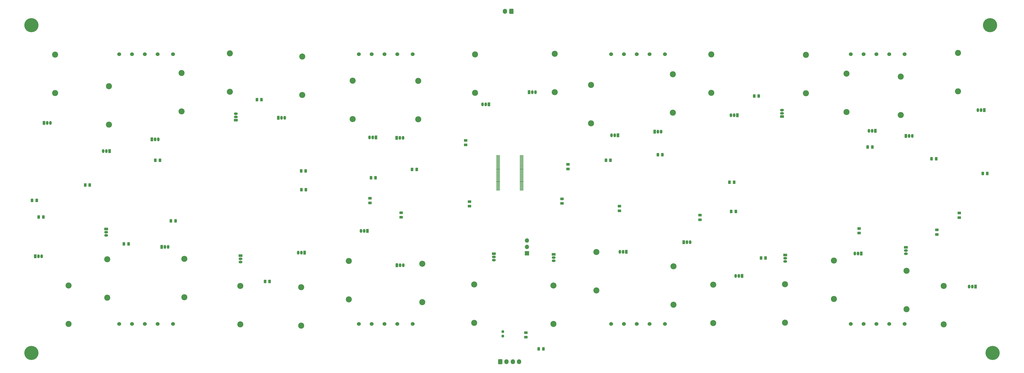
<source format=gbr>
%TF.GenerationSoftware,KiCad,Pcbnew,7.0.10*%
%TF.CreationDate,2025-02-11T17:38:30+01:00*%
%TF.ProjectId,Afficheur7seg,41666669-6368-4657-9572-377365672e6b,rev?*%
%TF.SameCoordinates,Original*%
%TF.FileFunction,Soldermask,Top*%
%TF.FilePolarity,Negative*%
%FSLAX46Y46*%
G04 Gerber Fmt 4.6, Leading zero omitted, Abs format (unit mm)*
G04 Created by KiCad (PCBNEW 7.0.10) date 2025-02-11 17:38:30*
%MOMM*%
%LPD*%
G01*
G04 APERTURE LIST*
G04 Aperture macros list*
%AMRoundRect*
0 Rectangle with rounded corners*
0 $1 Rounding radius*
0 $2 $3 $4 $5 $6 $7 $8 $9 X,Y pos of 4 corners*
0 Add a 4 corners polygon primitive as box body*
4,1,4,$2,$3,$4,$5,$6,$7,$8,$9,$2,$3,0*
0 Add four circle primitives for the rounded corners*
1,1,$1+$1,$2,$3*
1,1,$1+$1,$4,$5*
1,1,$1+$1,$6,$7*
1,1,$1+$1,$8,$9*
0 Add four rect primitives between the rounded corners*
20,1,$1+$1,$2,$3,$4,$5,0*
20,1,$1+$1,$4,$5,$6,$7,0*
20,1,$1+$1,$6,$7,$8,$9,0*
20,1,$1+$1,$8,$9,$2,$3,0*%
G04 Aperture macros list end*
%ADD10C,1.524000*%
%ADD11C,2.400000*%
%ADD12O,2.400000X2.400000*%
%ADD13RoundRect,0.237500X-0.237500X0.300000X-0.237500X-0.300000X0.237500X-0.300000X0.237500X0.300000X0*%
%ADD14R,1.050000X1.500000*%
%ADD15O,1.050000X1.500000*%
%ADD16RoundRect,0.250000X0.450000X-0.262500X0.450000X0.262500X-0.450000X0.262500X-0.450000X-0.262500X0*%
%ADD17C,5.600000*%
%ADD18RoundRect,0.250000X0.262500X0.450000X-0.262500X0.450000X-0.262500X-0.450000X0.262500X-0.450000X0*%
%ADD19RoundRect,0.250000X-0.262500X-0.450000X0.262500X-0.450000X0.262500X0.450000X-0.262500X0.450000X0*%
%ADD20R,1.500000X1.050000*%
%ADD21O,1.500000X1.050000*%
%ADD22RoundRect,0.250000X-0.600000X-0.725000X0.600000X-0.725000X0.600000X0.725000X-0.600000X0.725000X0*%
%ADD23O,1.700000X1.950000*%
%ADD24RoundRect,0.075000X-0.662500X-0.075000X0.662500X-0.075000X0.662500X0.075000X-0.662500X0.075000X0*%
%ADD25RoundRect,0.250000X-0.450000X0.262500X-0.450000X-0.262500X0.450000X-0.262500X0.450000X0.262500X0*%
%ADD26RoundRect,0.250000X0.600000X0.750000X-0.600000X0.750000X-0.600000X-0.750000X0.600000X-0.750000X0*%
%ADD27O,1.700000X2.000000*%
%ADD28R,1.700000X1.700000*%
%ADD29O,1.700000X1.700000*%
G04 APERTURE END LIST*
D10*
%TO.C,Afficheur3*%
X248960000Y-250000000D03*
X248960000Y-143000000D03*
X243880000Y-143000000D03*
X238800000Y-143000000D03*
X243880000Y-250000000D03*
X254040000Y-250000000D03*
X238800000Y-250000000D03*
X260120000Y-250000000D03*
X254040000Y-143000000D03*
X260120000Y-143000000D03*
%TD*%
D11*
%TO.C,R39*%
X262300000Y-153580000D03*
D12*
X262300000Y-168820000D03*
%TD*%
D13*
%TO.C,C1*%
X295800000Y-253100000D03*
X295800000Y-254825000D03*
%TD*%
D11*
%TO.C,R32*%
X123700000Y-250020000D03*
D12*
X123700000Y-234780000D03*
%TD*%
D14*
%TO.C,Q22*%
X290300000Y-162900000D03*
D15*
X289030000Y-162900000D03*
X287760000Y-162900000D03*
%TD*%
D11*
%TO.C,R48*%
X215900000Y-250720000D03*
D12*
X215900000Y-235480000D03*
%TD*%
D16*
%TO.C,R52*%
X476800000Y-207825000D03*
X476800000Y-206000000D03*
%TD*%
D17*
%TO.C,H4*%
X490000000Y-261500000D03*
%TD*%
D11*
%TO.C,R57*%
X453600000Y-151880000D03*
D12*
X453600000Y-167120000D03*
%TD*%
D18*
%TO.C,R1*%
X338525000Y-185100000D03*
X336700000Y-185100000D03*
%TD*%
D11*
%TO.C,R44*%
X284800000Y-143080000D03*
D12*
X284800000Y-158320000D03*
%TD*%
D18*
%TO.C,R56*%
X467600000Y-184500000D03*
X465775000Y-184500000D03*
%TD*%
%TO.C,R64*%
X400012500Y-223900000D03*
X398187500Y-223900000D03*
%TD*%
D14*
%TO.C,Q5*%
X344740000Y-221400000D03*
D15*
X343470000Y-221400000D03*
X342200000Y-221400000D03*
%TD*%
D18*
%TO.C,R55*%
X397312500Y-159600000D03*
X395487500Y-159600000D03*
%TD*%
D14*
%TO.C,Q6*%
X388770000Y-167240000D03*
D15*
X387500000Y-167240000D03*
X386230000Y-167240000D03*
%TD*%
D17*
%TO.C,H2*%
X489000000Y-131500000D03*
%TD*%
D14*
%TO.C,Q19*%
X206860000Y-168200000D03*
D15*
X208130000Y-168200000D03*
X209400000Y-168200000D03*
%TD*%
D18*
%TO.C,R2*%
X388200000Y-205400000D03*
X386375000Y-205400000D03*
%TD*%
D14*
%TO.C,Q9*%
X139970000Y-181440000D03*
D15*
X138700000Y-181440000D03*
X137430000Y-181440000D03*
%TD*%
D14*
%TO.C,Q4*%
X356000000Y-173700000D03*
D15*
X357270000Y-173700000D03*
X358540000Y-173700000D03*
%TD*%
D11*
%TO.C,R54*%
X470600000Y-250220000D03*
D12*
X470600000Y-234980000D03*
%TD*%
D19*
%TO.C,R18*%
X201575000Y-233200000D03*
X203400000Y-233200000D03*
%TD*%
D11*
%TO.C,R35*%
X236300000Y-153480000D03*
D12*
X236300000Y-168720000D03*
%TD*%
D20*
%TO.C,Q27*%
X406500000Y-167770000D03*
D21*
X406500000Y-166500000D03*
X406500000Y-165230000D03*
%TD*%
D22*
%TO.C,J1*%
X294800000Y-265000000D03*
D23*
X297300000Y-265000000D03*
X299800000Y-265000000D03*
X302300000Y-265000000D03*
%TD*%
D19*
%TO.C,R22*%
X158105000Y-185060000D03*
X159930000Y-185060000D03*
%TD*%
D11*
%TO.C,R28*%
X187600000Y-142680000D03*
D12*
X187600000Y-157920000D03*
%TD*%
D11*
%TO.C,R36*%
X284500000Y-249620000D03*
D12*
X284500000Y-234380000D03*
%TD*%
D16*
%TO.C,R41*%
X243200000Y-202025000D03*
X243200000Y-200200000D03*
%TD*%
D14*
%TO.C,Q21*%
X242170000Y-213140000D03*
D15*
X240900000Y-213140000D03*
X239630000Y-213140000D03*
%TD*%
D24*
%TO.C,J3*%
X293937500Y-183350000D03*
X293937500Y-183850000D03*
X293937500Y-184350000D03*
X293937500Y-184850000D03*
X293937500Y-185350000D03*
X293937500Y-185850000D03*
X293937500Y-186350000D03*
X293937500Y-186850000D03*
X293937500Y-187350000D03*
X293937500Y-187850000D03*
X293937500Y-188350000D03*
X293937500Y-188850000D03*
X293937500Y-189350000D03*
X293937500Y-189850000D03*
X293937500Y-190350000D03*
X293937500Y-190850000D03*
X293937500Y-191350000D03*
X293937500Y-191850000D03*
X293937500Y-192350000D03*
X293937500Y-192850000D03*
X293937500Y-193350000D03*
X293937500Y-193850000D03*
X293937500Y-194350000D03*
X293937500Y-194850000D03*
X293937500Y-195350000D03*
X293937500Y-195850000D03*
X293937500Y-196350000D03*
X293937500Y-196850000D03*
X303262500Y-196850000D03*
X303262500Y-196350000D03*
X303262500Y-195850000D03*
X303262500Y-195350000D03*
X303262500Y-194850000D03*
X303262500Y-194350000D03*
X303262500Y-193850000D03*
X303262500Y-193350000D03*
X303262500Y-192850000D03*
X303262500Y-192350000D03*
X303262500Y-191850000D03*
X303262500Y-191350000D03*
X303262500Y-190850000D03*
X303262500Y-190350000D03*
X303262500Y-189850000D03*
X303262500Y-189350000D03*
X303262500Y-188850000D03*
X303262500Y-188350000D03*
X303262500Y-187850000D03*
X303262500Y-187350000D03*
X303262500Y-186850000D03*
X303262500Y-186350000D03*
X303262500Y-185850000D03*
X303262500Y-185350000D03*
X303262500Y-184850000D03*
X303262500Y-184350000D03*
X303262500Y-183850000D03*
X303262500Y-183350000D03*
%TD*%
D11*
%TO.C,R47*%
X263900000Y-241420000D03*
D12*
X263900000Y-226180000D03*
%TD*%
D16*
%TO.C,R9*%
X342100000Y-205112500D03*
X342100000Y-203287500D03*
%TD*%
D11*
%TO.C,R53*%
X432100000Y-150680000D03*
D12*
X432100000Y-165920000D03*
%TD*%
D11*
%TO.C,R8*%
X316400000Y-142880000D03*
D12*
X316400000Y-158120000D03*
%TD*%
D14*
%TO.C,Q29*%
X437900000Y-222100000D03*
D15*
X436630000Y-222100000D03*
X435360000Y-222100000D03*
%TD*%
D14*
%TO.C,Q15*%
X160630000Y-219460000D03*
D15*
X161900000Y-219460000D03*
X163170000Y-219460000D03*
%TD*%
D11*
%TO.C,R40*%
X216300000Y-143980000D03*
D12*
X216300000Y-159220000D03*
%TD*%
D11*
%TO.C,R4*%
X379200000Y-249720000D03*
D12*
X379200000Y-234480000D03*
%TD*%
D19*
%TO.C,R30*%
X111875000Y-207600000D03*
X113700000Y-207600000D03*
%TD*%
D14*
%TO.C,Q23*%
X253830000Y-226760000D03*
D15*
X255100000Y-226760000D03*
X256370000Y-226760000D03*
%TD*%
D18*
%TO.C,R10*%
X387525000Y-193800000D03*
X385700000Y-193800000D03*
%TD*%
D14*
%TO.C,Q11*%
X113960000Y-170300000D03*
D15*
X115230000Y-170300000D03*
X116500000Y-170300000D03*
%TD*%
D14*
%TO.C,Q26*%
X483200000Y-235200000D03*
D15*
X481930000Y-235200000D03*
X480660000Y-235200000D03*
%TD*%
D14*
%TO.C,Q28*%
X455630000Y-175400000D03*
D15*
X456900000Y-175400000D03*
X458170000Y-175400000D03*
%TD*%
D16*
%TO.C,R45*%
X255500000Y-207725000D03*
X255500000Y-205900000D03*
%TD*%
D14*
%TO.C,Q30*%
X486640000Y-165200000D03*
D15*
X485370000Y-165200000D03*
X484100000Y-165200000D03*
%TD*%
D11*
%TO.C,R11*%
X332900000Y-236740000D03*
D12*
X332900000Y-221500000D03*
%TD*%
D11*
%TO.C,R3*%
X330800000Y-155180000D03*
D12*
X330800000Y-170420000D03*
%TD*%
D19*
%TO.C,R17*%
X130275000Y-194900000D03*
X132100000Y-194900000D03*
%TD*%
D16*
%TO.C,R14*%
X319300000Y-202212500D03*
X319300000Y-200387500D03*
%TD*%
D14*
%TO.C,Q16*%
X110530000Y-223160000D03*
D15*
X111800000Y-223160000D03*
X113070000Y-223160000D03*
%TD*%
D11*
%TO.C,R66*%
X407700000Y-249520000D03*
D12*
X407700000Y-234280000D03*
%TD*%
D18*
%TO.C,R49*%
X311900000Y-259900000D03*
X310075000Y-259900000D03*
%TD*%
D11*
%TO.C,R31*%
X169600000Y-239420000D03*
D12*
X169600000Y-224180000D03*
%TD*%
D25*
%TO.C,R5*%
X321700000Y-186700000D03*
X321700000Y-188525000D03*
%TD*%
D14*
%TO.C,Q1*%
X341440000Y-175200000D03*
D15*
X340170000Y-175200000D03*
X338900000Y-175200000D03*
%TD*%
D20*
%TO.C,Q8*%
X316000000Y-222460000D03*
D21*
X316000000Y-223730000D03*
X316000000Y-225000000D03*
%TD*%
D19*
%TO.C,R38*%
X259875000Y-188700000D03*
X261700000Y-188700000D03*
%TD*%
D20*
%TO.C,Q31*%
X455640000Y-219630000D03*
D21*
X455640000Y-220900000D03*
X455640000Y-222170000D03*
%TD*%
D20*
%TO.C,Q10*%
X191900000Y-222960000D03*
D21*
X191900000Y-224230000D03*
X191900000Y-225500000D03*
%TD*%
D14*
%TO.C,Q24*%
X217270000Y-221740000D03*
D15*
X216000000Y-221740000D03*
X214730000Y-221740000D03*
%TD*%
D25*
%TO.C,R42*%
X281100000Y-177175000D03*
X281100000Y-179000000D03*
%TD*%
D19*
%TO.C,R29*%
X164275000Y-209100000D03*
X166100000Y-209100000D03*
%TD*%
D11*
%TO.C,R12*%
X378500000Y-143080000D03*
D12*
X378500000Y-158320000D03*
%TD*%
D18*
%TO.C,R60*%
X487900000Y-190300000D03*
X486075000Y-190300000D03*
%TD*%
D20*
%TO.C,Q18*%
X292300000Y-222160000D03*
D21*
X292300000Y-223430000D03*
X292300000Y-224700000D03*
%TD*%
D11*
%TO.C,R15*%
X363500000Y-242420000D03*
D12*
X363500000Y-227180000D03*
%TD*%
D26*
%TO.C,J2*%
X299200000Y-126000000D03*
D27*
X296700000Y-126000000D03*
%TD*%
D11*
%TO.C,R7*%
X363200000Y-150980000D03*
D12*
X363200000Y-166220000D03*
%TD*%
D14*
%TO.C,Q2*%
X390640000Y-231000000D03*
D15*
X389370000Y-231000000D03*
X388100000Y-231000000D03*
%TD*%
D16*
%TO.C,R50*%
X305012500Y-255312500D03*
X305012500Y-253487500D03*
%TD*%
D14*
%TO.C,Q3*%
X306260000Y-158100000D03*
D15*
X307530000Y-158100000D03*
X308800000Y-158100000D03*
%TD*%
D28*
%TO.C,JP1*%
X305400000Y-222040000D03*
D29*
X305400000Y-219500000D03*
X305400000Y-216960000D03*
%TD*%
D18*
%TO.C,R6*%
X359112500Y-182900000D03*
X357287500Y-182900000D03*
%TD*%
D19*
%TO.C,R26*%
X198375000Y-161000000D03*
X200200000Y-161000000D03*
%TD*%
D18*
%TO.C,R51*%
X442312500Y-179800000D03*
X440487500Y-179800000D03*
%TD*%
D11*
%TO.C,R20*%
X191800000Y-250220000D03*
D12*
X191800000Y-234980000D03*
%TD*%
D14*
%TO.C,Q17*%
X245570000Y-176040000D03*
D15*
X244300000Y-176040000D03*
X243030000Y-176040000D03*
%TD*%
D14*
%TO.C,Q7*%
X367560000Y-217600000D03*
D15*
X368830000Y-217600000D03*
X370100000Y-217600000D03*
%TD*%
D14*
%TO.C,Q20*%
X253730000Y-176160000D03*
D15*
X255000000Y-176160000D03*
X256270000Y-176160000D03*
%TD*%
D19*
%TO.C,R25*%
X145675000Y-218300000D03*
X147500000Y-218300000D03*
%TD*%
D11*
%TO.C,R62*%
X476300000Y-142480000D03*
D12*
X476300000Y-157720000D03*
%TD*%
D11*
%TO.C,R23*%
X168500000Y-150480000D03*
D12*
X168500000Y-165720000D03*
%TD*%
D17*
%TO.C,H1*%
X109000000Y-131500000D03*
%TD*%
D11*
%TO.C,R58*%
X416000000Y-143280000D03*
D12*
X416000000Y-158520000D03*
%TD*%
D14*
%TO.C,Q12*%
X156730000Y-176760000D03*
D15*
X158000000Y-176760000D03*
X159270000Y-176760000D03*
%TD*%
D19*
%TO.C,R33*%
X243575000Y-192000000D03*
X245400000Y-192000000D03*
%TD*%
D20*
%TO.C,Q32*%
X407800000Y-222660000D03*
D21*
X407800000Y-223930000D03*
X407800000Y-225200000D03*
%TD*%
D16*
%TO.C,R59*%
X437100000Y-214000000D03*
X437100000Y-212175000D03*
%TD*%
D11*
%TO.C,R16*%
X315900000Y-250020000D03*
D12*
X315900000Y-234780000D03*
%TD*%
D20*
%TO.C,Q13*%
X138640000Y-212330000D03*
D21*
X138640000Y-213600000D03*
X138640000Y-214870000D03*
%TD*%
D16*
%TO.C,R34*%
X282600000Y-203300000D03*
X282600000Y-201475000D03*
%TD*%
D11*
%TO.C,R61*%
X427100000Y-240120000D03*
D12*
X427100000Y-224880000D03*
%TD*%
D11*
%TO.C,R27*%
X139000000Y-239620000D03*
D12*
X139000000Y-224380000D03*
%TD*%
D19*
%TO.C,R46*%
X215975000Y-196800000D03*
X217800000Y-196800000D03*
%TD*%
D20*
%TO.C,Q14*%
X190000000Y-169170000D03*
D21*
X190000000Y-167900000D03*
X190000000Y-166630000D03*
%TD*%
D16*
%TO.C,R13*%
X374000000Y-208712500D03*
X374000000Y-206887500D03*
%TD*%
D11*
%TO.C,R43*%
X234800000Y-240320000D03*
D12*
X234800000Y-225080000D03*
%TD*%
D11*
%TO.C,R19*%
X139700000Y-155680000D03*
D12*
X139700000Y-170920000D03*
%TD*%
D16*
%TO.C,R63*%
X467900000Y-214525000D03*
X467900000Y-212700000D03*
%TD*%
D19*
%TO.C,R37*%
X215887500Y-189300000D03*
X217712500Y-189300000D03*
%TD*%
D11*
%TO.C,R65*%
X455900000Y-244220000D03*
D12*
X455900000Y-228980000D03*
%TD*%
D17*
%TO.C,H3*%
X109000000Y-261500000D03*
%TD*%
D14*
%TO.C,Q25*%
X443500000Y-173400000D03*
D15*
X442230000Y-173400000D03*
X440960000Y-173400000D03*
%TD*%
D11*
%TO.C,R24*%
X118400000Y-143180000D03*
D12*
X118400000Y-158420000D03*
%TD*%
D19*
%TO.C,R21*%
X109275000Y-201000000D03*
X111100000Y-201000000D03*
%TD*%
D10*
%TO.C,Afficheur2*%
X348960000Y-250000000D03*
X348960000Y-143000000D03*
X343880000Y-143000000D03*
X338800000Y-143000000D03*
X343880000Y-250000000D03*
X354040000Y-250000000D03*
X338800000Y-250000000D03*
X360120000Y-250000000D03*
X354040000Y-143000000D03*
X360120000Y-143000000D03*
%TD*%
%TO.C,Afficheur4*%
X153980000Y-250000000D03*
X153980000Y-143000000D03*
X148900000Y-143000000D03*
X143820000Y-143000000D03*
X148900000Y-250000000D03*
X159060000Y-250000000D03*
X143820000Y-250000000D03*
X165140000Y-250000000D03*
X159060000Y-143000000D03*
X165140000Y-143000000D03*
%TD*%
%TO.C,Afficheur1*%
X443960000Y-250000000D03*
X443960000Y-143000000D03*
X438880000Y-143000000D03*
X433800000Y-143000000D03*
X438880000Y-250000000D03*
X449040000Y-250000000D03*
X433800000Y-250000000D03*
X455120000Y-250000000D03*
X449040000Y-143000000D03*
X455120000Y-143000000D03*
%TD*%
M02*

</source>
